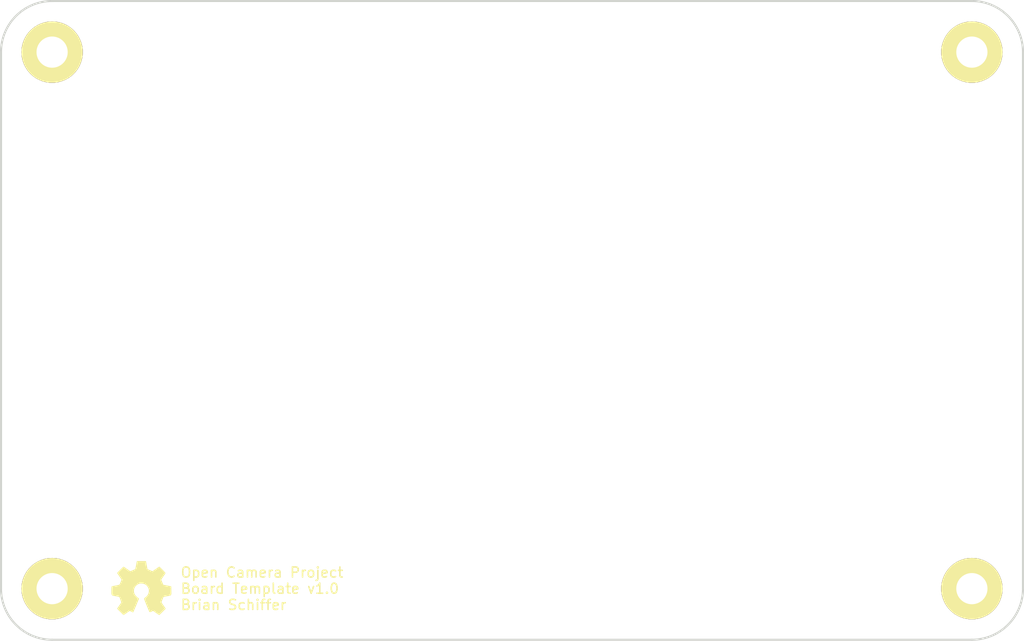
<source format=kicad_pcb>
(kicad_pcb (version 4) (host pcbnew "(2015-04-19 BZR 5613)-product")

  (general
    (links 0)
    (no_connects 0)
    (area 0 0 0 0)
    (thickness 1.6)
    (drawings 17)
    (tracks 0)
    (zones 0)
    (modules 5)
    (nets 1)
  )

  (page A)
  (title_block
    (title "Template - Board Name Here")
    (date "Saturday, June 06, 2015")
    (rev 1.0)
    (company "Open Camera Project")
    (comment 1 "Author: Brian Schiffer")
  )

  (layers
    (0 F.Cu signal)
    (31 B.Cu signal)
    (32 B.Adhes user)
    (33 F.Adhes user)
    (34 B.Paste user)
    (35 F.Paste user)
    (36 B.SilkS user)
    (37 F.SilkS user)
    (38 B.Mask user)
    (39 F.Mask user)
    (40 Dwgs.User user)
    (41 Cmts.User user)
    (42 Eco1.User user)
    (43 Eco2.User user)
    (44 Edge.Cuts user)
    (45 Margin user)
    (46 B.CrtYd user)
    (47 F.CrtYd user)
    (48 B.Fab user)
    (49 F.Fab user)
  )

  (setup
    (last_trace_width 0.25)
    (trace_clearance 0.2)
    (zone_clearance 0.508)
    (zone_45_only no)
    (trace_min 0.2)
    (segment_width 0.2032)
    (edge_width 0.2032)
    (via_size 0.6)
    (via_drill 0.4)
    (via_min_size 0.4)
    (via_min_drill 0.3)
    (uvia_size 0.3)
    (uvia_drill 0.1)
    (uvias_allowed no)
    (uvia_min_size 0.2)
    (uvia_min_drill 0.1)
    (pcb_text_width 0.3)
    (pcb_text_size 1.5 1.5)
    (mod_edge_width 0.15)
    (mod_text_size 1 1)
    (mod_text_width 0.15)
    (pad_size 6.1 6.1)
    (pad_drill 3.1)
    (pad_to_mask_clearance 0)
    (aux_axis_origin 0 0)
    (visible_elements 7FFFFFFF)
    (pcbplotparams
      (layerselection 0x00030_80000001)
      (usegerberextensions false)
      (excludeedgelayer true)
      (linewidth 0.100000)
      (plotframeref false)
      (viasonmask false)
      (mode 1)
      (useauxorigin false)
      (hpglpennumber 1)
      (hpglpenspeed 20)
      (hpglpendiameter 15)
      (hpglpenoverlay 2)
      (psnegative false)
      (psa4output false)
      (plotreference true)
      (plotvalue true)
      (plotinvisibletext false)
      (padsonsilk false)
      (subtractmaskfromsilk false)
      (outputformat 1)
      (mirror false)
      (drillshape 1)
      (scaleselection 1)
      (outputdirectory ""))
  )

  (net 0 "")

  (net_class Default "This is the default net class."
    (clearance 0.2)
    (trace_width 0.25)
    (via_dia 0.6)
    (via_drill 0.4)
    (uvia_dia 0.3)
    (uvia_drill 0.1)
  )

  (module OpenCamera:oshw_logo (layer F.Cu) (tedit 5573AF1A) (tstamp 5573ADCD)
    (at 102.87 134.62)
    (fp_text reference "" (at 0 0) (layer Eco2.User) hide
      (effects (font (thickness 0.3)))
    )
    (fp_text value "" (at 0.75 0) (layer Eco2.User) hide
      (effects (font (thickness 0.3)))
    )
    (fp_poly (pts (xy 2.919555 0.4761) (xy 2.910354 0.554634) (xy 2.884819 0.607121) (xy 2.836363 0.641309)
      (xy 2.758402 0.664949) (xy 2.644349 0.68579) (xy 2.4892 0.711312) (xy 2.367677 0.733158)
      (xy 2.264825 0.75367) (xy 2.19077 0.770684) (xy 2.155638 0.782036) (xy 2.154588 0.782841)
      (xy 2.137074 0.814497) (xy 2.107083 0.881836) (xy 2.069361 0.972748) (xy 2.028654 1.075124)
      (xy 1.989706 1.176854) (xy 1.957262 1.26583) (xy 1.936069 1.329943) (xy 1.9304 1.354952)
      (xy 1.944187 1.386828) (xy 1.982062 1.451764) (xy 2.038796 1.541336) (xy 2.109159 1.647118)
      (xy 2.136856 1.687599) (xy 2.343313 1.987116) (xy 2.050809 2.279619) (xy 1.758306 2.572123)
      (xy 1.451472 2.361586) (xy 1.144638 2.151048) (xy 0.994432 2.231107) (xy 0.908029 2.273881)
      (xy 0.85467 2.290928) (xy 0.825191 2.284793) (xy 0.820168 2.279533) (xy 0.801609 2.244407)
      (xy 0.768084 2.170568) (xy 0.722754 2.065783) (xy 0.668776 1.93782) (xy 0.609308 1.794447)
      (xy 0.547509 1.643431) (xy 0.486538 1.492538) (xy 0.429553 1.349538) (xy 0.379713 1.222196)
      (xy 0.340175 1.118281) (xy 0.314098 1.04556) (xy 0.304641 1.011801) (xy 0.304641 1.011721)
      (xy 0.324796 0.972177) (xy 0.374626 0.926929) (xy 0.390619 0.916303) (xy 0.542238 0.795275)
      (xy 0.659737 0.645108) (xy 0.739813 0.474467) (xy 0.779163 0.292019) (xy 0.774485 0.106431)
      (xy 0.745353 -0.014526) (xy 0.658139 -0.203136) (xy 0.537186 -0.354473) (xy 0.385373 -0.466473)
      (xy 0.20558 -0.53707) (xy 0.000685 -0.564202) (xy -0.02178 -0.564445) (xy -0.132356 -0.560984)
      (xy -0.217565 -0.546572) (xy -0.302541 -0.515165) (xy -0.376835 -0.479073) (xy -0.542556 -0.367823)
      (xy -0.6712 -0.225037) (xy -0.759336 -0.056917) (xy -0.803529 0.13033) (xy -0.804549 0.294031)
      (xy -0.775217 0.452616) (xy -0.71538 0.595336) (xy -0.619889 0.730089) (xy -0.483598 0.864772)
      (xy -0.375307 0.9525) (xy -0.308801 1.0033) (xy -0.546978 1.5748) (xy -0.615511 1.738811)
      (xy -0.679622 1.891435) (xy -0.73607 2.025016) (xy -0.781611 2.131898) (xy -0.813003 2.204426)
      (xy -0.824187 2.229311) (xy -0.863219 2.312323) (xy -1.0195 2.233433) (xy -1.175781 2.154543)
      (xy -1.476043 2.359971) (xy -1.583509 2.433152) (xy -1.675042 2.494831) (xy -1.742993 2.539905)
      (xy -1.779715 2.563272) (xy -1.783918 2.5654) (xy -1.803469 2.548365) (xy -1.852617 2.50128)
      (xy -1.925195 2.43017) (xy -2.015035 2.341061) (xy -2.080422 2.275685) (xy -2.369314 1.985971)
      (xy -2.174435 1.704119) (xy -2.101263 1.597079) (xy -2.03834 1.502758) (xy -1.991553 1.430146)
      (xy -1.966788 1.388232) (xy -1.964923 1.384136) (xy -1.969061 1.350045) (xy -1.988288 1.280702)
      (xy -2.018372 1.187836) (xy -2.05508 1.083176) (xy -2.094179 0.978452) (xy -2.131437 0.885394)
      (xy -2.162622 0.815731) (xy -2.181899 0.782841) (xy -2.211403 0.77225) (xy -2.281016 0.755765)
      (xy -2.38069 0.735547) (xy -2.500378 0.713757) (xy -2.5146 0.711312) (xy -2.670466 0.685631)
      (xy -2.783804 0.664799) (xy -2.861322 0.641152) (xy -2.90973 0.607024) (xy -2.935734 0.554753)
      (xy -2.946042 0.476673) (xy -2.947362 0.36512) (xy -2.9464 0.217943) (xy -2.945231 0.082062)
      (xy -2.942005 -0.034979) (xy -2.937146 -0.12419) (xy -2.931077 -0.176576) (xy -2.92735 -0.186451)
      (xy -2.896825 -0.194998) (xy -2.825643 -0.21068) (xy -2.723131 -0.231565) (xy -2.598617 -0.255718)
      (xy -2.54 -0.266745) (xy -2.408768 -0.292868) (xy -2.295574 -0.318542) (xy -2.209755 -0.341406)
      (xy -2.160648 -0.359101) (xy -2.153137 -0.364546) (xy -2.136008 -0.398947) (xy -2.104257 -0.46909)
      (xy -2.062844 -0.56384) (xy -2.028322 -0.644609) (xy -1.974727 -0.779439) (xy -1.946227 -0.871866)
      (xy -1.942381 -0.923403) (xy -1.945286 -0.930174) (xy -1.967567 -0.962991) (xy -2.012607 -1.029005)
      (xy -2.074455 -1.119504) (xy -2.147159 -1.225777) (xy -2.169812 -1.258869) (xy -2.371124 -1.552907)
      (xy -2.080222 -1.843809) (xy -1.78932 -2.134711) (xy -1.454943 -1.905144) (xy -1.120566 -1.675578)
      (xy -0.858733 -1.782817) (xy -0.752205 -1.82761) (xy -0.66396 -1.866903) (xy -0.604152 -1.896033)
      (xy -0.583275 -1.9093) (xy -0.57408 -1.939797) (xy -0.557745 -2.011133) (xy -0.536213 -2.114164)
      (xy -0.51143 -2.239748) (xy -0.497988 -2.310473) (xy -0.426328 -2.6924) (xy -0.013449 -2.6924)
      (xy 0.39943 -2.6924) (xy 0.468619 -2.31775) (xy 0.493161 -2.185204) (xy 0.514555 -2.070306)
      (xy 0.531057 -1.982365) (xy 0.540927 -1.930692) (xy 0.542779 -1.921575) (xy 0.566884 -1.903965)
      (xy 0.628682 -1.87223) (xy 0.718641 -1.83097) (xy 0.820373 -1.787607) (xy 1.092996 -1.675165)
      (xy 1.428056 -1.905075) (xy 1.763117 -2.134984) (xy 2.050276 -1.84864) (xy 2.147015 -1.750022)
      (xy 2.228576 -1.662745) (xy 2.289089 -1.593428) (xy 2.322684 -1.548691) (xy 2.327392 -1.536121)
      (xy 2.30995 -1.506751) (xy 2.268923 -1.444005) (xy 2.209828 -1.356143) (xy 2.138181 -1.251428)
      (xy 2.111174 -1.212345) (xy 2.037289 -1.104148) (xy 1.975129 -1.010169) (xy 1.929914 -0.938533)
      (xy 1.906865 -0.897362) (xy 1.905 -0.891554) (xy 1.914457 -0.860098) (xy 1.940109 -0.79247)
      (xy 1.977875 -0.699078) (xy 2.017125 -0.605633) (xy 2.12925 -0.3429) (xy 2.417175 -0.286382)
      (xy 2.543519 -0.261596) (xy 2.661917 -0.238397) (xy 2.757356 -0.219723) (xy 2.8067 -0.210095)
      (xy 2.9083 -0.190326) (xy 2.915296 0.209887) (xy 2.919007 0.363767) (xy 2.919555 0.4761)
      (xy 2.919555 0.4761)) (layer F.SilkS) (width 0.1))
  )

  (module OpenCamera:MOUNTING_HOLE (layer F.Cu) (tedit 5573AED9) (tstamp 5573AEC5)
    (at 94.615 134.874)
    (fp_text reference "" (at 0 5.2) (layer Eco2.User) hide
      (effects (font (size 1.2 1.2) (thickness 0.2)))
    )
    (fp_text value "" (at -0.06 -5.14) (layer Eco2.User) hide
      (effects (font (size 1.2 1.2) (thickness 0.2)))
    )
    (pad 1 thru_hole oval (at -0.635 -0.254) (size 6.1 6.1) (drill 3.1) (layers *.Cu *.Mask F.SilkS))
  )

  (module OpenCamera:MOUNTING_HOLE (layer F.Cu) (tedit 5573AECD) (tstamp 5573AECF)
    (at 95.631 83.439)
    (fp_text reference "" (at 0 5.2) (layer Eco2.User) hide
      (effects (font (size 1.2 1.2) (thickness 0.2)))
    )
    (fp_text value "" (at -0.06 -5.14) (layer Eco2.User) hide
      (effects (font (size 1.2 1.2) (thickness 0.2)))
    )
    (pad 1 thru_hole oval (at -1.651 -2.159) (size 6.1 6.1) (drill 3.1) (layers *.Cu *.Mask F.SilkS))
  )

  (module OpenCamera:MOUNTING_HOLE (layer F.Cu) (tedit 5573AEEB) (tstamp 5573AED8)
    (at 184.531 82.169)
    (fp_text reference "" (at 0 5.2) (layer Eco2.User) hide
      (effects (font (size 1.2 1.2) (thickness 0.2)))
    )
    (fp_text value "" (at -0.06 -5.14) (layer Eco2.User) hide
      (effects (font (size 1.2 1.2) (thickness 0.2)))
    )
    (pad 1 thru_hole oval (at 0.889 -0.889) (size 6.1 6.1) (drill 3.1) (layers *.Cu *.Mask F.SilkS))
  )

  (module OpenCamera:MOUNTING_HOLE (layer F.Cu) (tedit 5573AEF6) (tstamp 5573AEE1)
    (at 183.007 133.604)
    (fp_text reference "" (at 0 5.2) (layer Eco2.User) hide
      (effects (font (size 1.2 1.2) (thickness 0.2)))
    )
    (fp_text value "" (at -0.06 -5.14) (layer Eco2.User) hide
      (effects (font (size 1.2 1.2) (thickness 0.2)))
    )
    (pad 1 thru_hole oval (at 2.413 1.016) (size 6.1 6.1) (drill 3.1) (layers *.Cu *.Mask F.SilkS))
  )

  (gr_line (start 180.34 129.54) (end 190.5 129.54) (angle 90) (layer Eco1.User) (width 0.2032))
  (gr_line (start 180.34 129.54) (end 180.34 139.7) (angle 90) (layer Eco1.User) (width 0.2032))
  (gr_line (start 180.34 86.36) (end 190.5 86.36) (angle 90) (layer Eco1.User) (width 0.2032))
  (gr_line (start 180.34 76.2) (end 180.34 86.36) (angle 90) (layer Eco1.User) (width 0.2032))
  (gr_line (start 99.06 129.54) (end 99.06 139.7) (angle 90) (layer Eco1.User) (width 0.2032))
  (gr_line (start 88.9 129.54) (end 99.06 129.54) (angle 90) (layer Eco1.User) (width 0.2032))
  (gr_line (start 99.06 86.36) (end 99.06 76.2) (angle 90) (layer Eco1.User) (width 0.2032))
  (gr_line (start 88.9 86.36) (end 99.06 86.36) (angle 90) (layer Eco1.User) (width 0.2032))
  (gr_text "Open Camera Project\nBoard Template v1.0\nBrian Schiffer" (at 106.68 134.62) (layer F.SilkS)
    (effects (font (size 1 1) (thickness 0.1524)) (justify left))
  )
  (gr_line (start 93.98 139.7) (end 185.42 139.7) (angle 90) (layer Edge.Cuts) (width 0.2032))
  (gr_line (start 88.9 81.28) (end 88.9 134.62) (angle 90) (layer Edge.Cuts) (width 0.2032))
  (gr_line (start 93.98 76.2) (end 185.42 76.2) (angle 90) (layer Edge.Cuts) (width 0.2032))
  (gr_line (start 190.5 134.62) (end 190.5 81.28) (angle 90) (layer Edge.Cuts) (width 0.2032))
  (gr_arc (start 185.42 81.28) (end 185.42 76.2) (angle 90) (layer Edge.Cuts) (width 0.2032))
  (gr_arc (start 93.98 134.62) (end 93.98 139.7) (angle 90) (layer Edge.Cuts) (width 0.2032))
  (gr_arc (start 93.98 81.28) (end 88.9 81.28) (angle 90) (layer Edge.Cuts) (width 0.2032))
  (gr_arc (start 185.42 134.62) (end 190.5 134.62) (angle 90) (layer Edge.Cuts) (width 0.2032))

)

</source>
